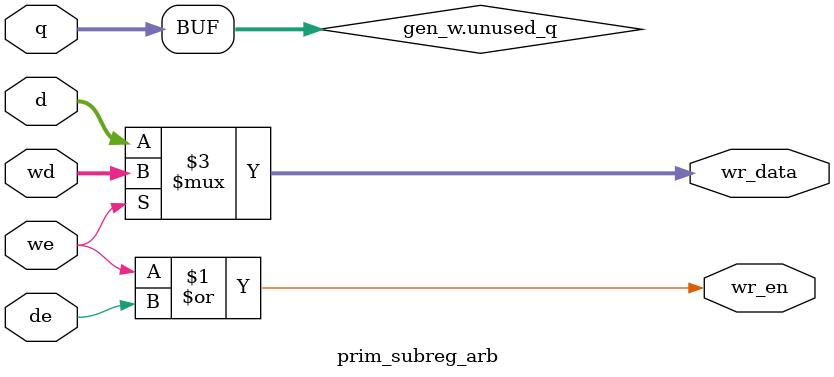
<source format=sv>

module prim_subreg_arb #(
  parameter int DW       = 32  ,
  parameter     SWACCESS = "RW"  // {RW, RO, WO, W1C, W1S, W0C, RC}
) (
  // From SW: valid for RW, WO, W1C, W1S, W0C, RC.
  // In case of RC, top connects read pulse to we.
  input          we,
  input [DW-1:0] wd,

  // From HW: valid for HRW, HWO.
  input          de,
  input [DW-1:0] d,

  // From register: actual reg value.
  input [DW-1:0] q,

  // To register: actual write enable and write data.
  output logic          wr_en,
  output logic [DW-1:0] wr_data
);

  if ((SWACCESS == "RW") || (SWACCESS == "WO")) begin : gen_w
    assign wr_en   = we | de;
    assign wr_data = (we == 1'b1) ? wd : d; // SW higher priority
    // Unused q - Prevent lint errors.
    logic [DW-1:0] unused_q;
    assign unused_q = q;
  end else if (SWACCESS == "RO") begin : gen_ro
    assign wr_en   = de;
    assign wr_data = d;
    // Unused we, wd, q - Prevent lint errors.
    logic          unused_we;
    logic [DW-1:0] unused_wd;
    logic [DW-1:0] unused_q;
    assign unused_we = we;
    assign unused_wd = wd;
    assign unused_q  = q;
  end else if (SWACCESS == "W1S") begin : gen_w1s
    // If SWACCESS is W1S, then assume hw tries to clear.
    // So, give a chance HW to clear when SW tries to set.
    // If both try to set/clr at the same bit pos, SW wins.
    assign wr_en   = we | de;
    assign wr_data = (de ? d : q) | (we ? wd : '0);
  end else if (SWACCESS == "W1C") begin : gen_w1c
    // If SWACCESS is W1C, then assume hw tries to set.
    // So, give a chance HW to set when SW tries to clear.
    // If both try to set/clr at the same bit pos, SW wins.
    assign wr_en   = we | de;
    assign wr_data = (de ? d : q) & (we ? ~wd : '1);
  end else if (SWACCESS == "W0C") begin : gen_w0c
    assign wr_en   = we | de;
    assign wr_data = (de ? d : q) & (we ? wd : '1);
  end else if (SWACCESS == "RC") begin : gen_rc
    // This swtype is not recommended but exists for compatibility.
    // WARN: we signal is actually read signal not write enable.
    assign wr_en  = we | de;
    assign wr_data = (de ? d : q) & (we ? '0 : '1);
    // Unused wd - Prevent lint errors.
    logic [DW-1:0] unused_wd;
    assign unused_wd = wd;
  end else begin : gen_hw
    assign wr_en   = de;
    assign wr_data = d;
    // Unused we, wd, q - Prevent lint errors.
    logic          unused_we;
    logic [DW-1:0] unused_wd;
    logic [DW-1:0] unused_q;
    assign unused_we = we;
    assign unused_wd = wd;
    assign unused_q  = q;
  end

endmodule

</source>
